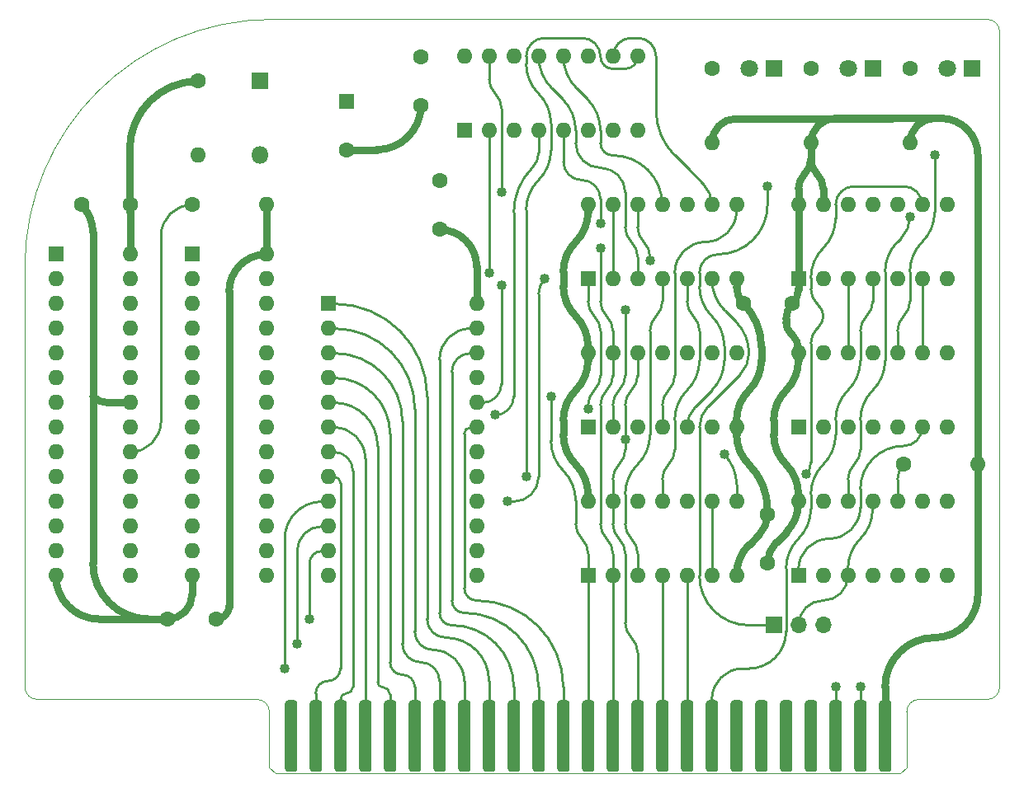
<source format=gbr>
G04 #@! TF.GenerationSoftware,KiCad,Pcbnew,(6.0.8-1)-1*
G04 #@! TF.CreationDate,2022-10-09T17:36:39-07:00*
G04 #@! TF.ProjectId,LanguageCard,4c616e67-7561-4676-9543-6172642e6b69,0*
G04 #@! TF.SameCoordinates,Original*
G04 #@! TF.FileFunction,Copper,L1,Top*
G04 #@! TF.FilePolarity,Positive*
%FSLAX46Y46*%
G04 Gerber Fmt 4.6, Leading zero omitted, Abs format (unit mm)*
G04 Created by KiCad (PCBNEW (6.0.8-1)-1) date 2022-10-09 17:36:39*
%MOMM*%
%LPD*%
G01*
G04 APERTURE LIST*
G04 Aperture macros list*
%AMRoundRect*
0 Rectangle with rounded corners*
0 $1 Rounding radius*
0 $2 $3 $4 $5 $6 $7 $8 $9 X,Y pos of 4 corners*
0 Add a 4 corners polygon primitive as box body*
4,1,4,$2,$3,$4,$5,$6,$7,$8,$9,$2,$3,0*
0 Add four circle primitives for the rounded corners*
1,1,$1+$1,$2,$3*
1,1,$1+$1,$4,$5*
1,1,$1+$1,$6,$7*
1,1,$1+$1,$8,$9*
0 Add four rect primitives between the rounded corners*
20,1,$1+$1,$2,$3,$4,$5,0*
20,1,$1+$1,$4,$5,$6,$7,0*
20,1,$1+$1,$6,$7,$8,$9,0*
20,1,$1+$1,$8,$9,$2,$3,0*%
G04 Aperture macros list end*
G04 #@! TA.AperFunction,Profile*
%ADD10C,0.100000*%
G04 #@! TD*
G04 #@! TA.AperFunction,ComponentPad*
%ADD11R,1.600000X1.600000*%
G04 #@! TD*
G04 #@! TA.AperFunction,ComponentPad*
%ADD12O,1.600000X1.600000*%
G04 #@! TD*
G04 #@! TA.AperFunction,ComponentPad*
%ADD13C,1.600000*%
G04 #@! TD*
G04 #@! TA.AperFunction,ComponentPad*
%ADD14R,1.700000X1.700000*%
G04 #@! TD*
G04 #@! TA.AperFunction,ComponentPad*
%ADD15O,1.700000X1.700000*%
G04 #@! TD*
G04 #@! TA.AperFunction,ComponentPad*
%ADD16R,1.800000X1.800000*%
G04 #@! TD*
G04 #@! TA.AperFunction,ComponentPad*
%ADD17O,1.800000X1.800000*%
G04 #@! TD*
G04 #@! TA.AperFunction,ComponentPad*
%ADD18C,1.800000*%
G04 #@! TD*
G04 #@! TA.AperFunction,ConnectorPad*
%ADD19RoundRect,0.317500X-0.317500X-3.365500X0.317500X-3.365500X0.317500X3.365500X-0.317500X3.365500X0*%
G04 #@! TD*
G04 #@! TA.AperFunction,ViaPad*
%ADD20C,1.016000*%
G04 #@! TD*
G04 #@! TA.AperFunction,Conductor*
%ADD21C,0.254000*%
G04 #@! TD*
G04 #@! TA.AperFunction,Conductor*
%ADD22C,0.762000*%
G04 #@! TD*
G04 APERTURE END LIST*
D10*
X179705000Y-93980000D02*
G75*
G03*
X180975000Y-95250000I1270000J0D01*
G01*
X278447500Y-25400000D02*
X205105000Y-25400000D01*
X204787500Y-102235000D02*
X205422500Y-102870000D01*
X271462500Y-95250000D02*
X278447500Y-95250000D01*
X179705000Y-93980000D02*
X179705000Y-50800000D01*
X204787500Y-96520000D02*
G75*
G03*
X203517500Y-95250000I-1270000J0D01*
G01*
X279717500Y-93980000D02*
X279717500Y-26670000D01*
X204787500Y-96520000D02*
X204787500Y-102235000D01*
X180975000Y-95250000D02*
X203517500Y-95250000D01*
X278447500Y-95250000D02*
G75*
G03*
X279717500Y-93980000I0J1270000D01*
G01*
X279717500Y-26670000D02*
G75*
G03*
X278447500Y-25400000I-1270000J0D01*
G01*
X269557500Y-102870000D02*
X205422500Y-102870000D01*
X270192500Y-96520000D02*
X270192500Y-102235000D01*
X271462500Y-95250000D02*
G75*
G03*
X270192500Y-96520000I0J-1270000D01*
G01*
X270192500Y-102235000D02*
X269557500Y-102870000D01*
X205105000Y-25400000D02*
G75*
G03*
X179705000Y-50800000I0J-25400000D01*
G01*
D11*
X196850000Y-49530000D03*
D12*
X196850000Y-52070000D03*
X196850000Y-54610000D03*
X196850000Y-57150000D03*
X196850000Y-59690000D03*
X196850000Y-62230000D03*
X196850000Y-64770000D03*
X196850000Y-67310000D03*
X196850000Y-69850000D03*
X196850000Y-72390000D03*
X196850000Y-74930000D03*
X196850000Y-77470000D03*
X196850000Y-80010000D03*
X196850000Y-82550000D03*
X204470000Y-82550000D03*
X204470000Y-80010000D03*
X204470000Y-77470000D03*
X204470000Y-74930000D03*
X204470000Y-72390000D03*
X204470000Y-69850000D03*
X204470000Y-67310000D03*
X204470000Y-64770000D03*
X204470000Y-62230000D03*
X204470000Y-59690000D03*
X204470000Y-57150000D03*
X204470000Y-54610000D03*
X204470000Y-52070000D03*
X204470000Y-49530000D03*
D13*
X260350000Y-30480000D03*
D12*
X260350000Y-38100000D03*
D14*
X256555000Y-87630000D03*
D15*
X259095000Y-87630000D03*
X261635000Y-87630000D03*
D13*
X270510000Y-30480000D03*
D12*
X270510000Y-38100000D03*
D13*
X269875000Y-71120000D03*
D12*
X277495000Y-71120000D03*
D11*
X237485000Y-67310000D03*
D12*
X240025000Y-67310000D03*
X242565000Y-67310000D03*
X245105000Y-67310000D03*
X247645000Y-67310000D03*
X250185000Y-67310000D03*
X252725000Y-67310000D03*
X252725000Y-59690000D03*
X250185000Y-59690000D03*
X247645000Y-59690000D03*
X245105000Y-59690000D03*
X242565000Y-59690000D03*
X240025000Y-59690000D03*
X237485000Y-59690000D03*
D11*
X237490000Y-52070000D03*
D12*
X240030000Y-52070000D03*
X242570000Y-52070000D03*
X245110000Y-52070000D03*
X247650000Y-52070000D03*
X250190000Y-52070000D03*
X252730000Y-52070000D03*
X252730000Y-44450000D03*
X250190000Y-44450000D03*
X247650000Y-44450000D03*
X245110000Y-44450000D03*
X242570000Y-44450000D03*
X240030000Y-44450000D03*
X237490000Y-44450000D03*
D13*
X250190000Y-30480000D03*
D12*
X250190000Y-38100000D03*
D16*
X203835000Y-31750000D03*
D17*
X203835000Y-39370000D03*
D11*
X259075000Y-52060000D03*
D12*
X261615000Y-52060000D03*
X264155000Y-52060000D03*
X266695000Y-52060000D03*
X269235000Y-52060000D03*
X271775000Y-52060000D03*
X274315000Y-52060000D03*
X274315000Y-44440000D03*
X271775000Y-44440000D03*
X269235000Y-44440000D03*
X266695000Y-44440000D03*
X264155000Y-44440000D03*
X261615000Y-44440000D03*
X259075000Y-44440000D03*
D13*
X196850000Y-44450000D03*
D12*
X204470000Y-44450000D03*
D11*
X212725000Y-33792349D03*
D13*
X212725000Y-38792349D03*
D16*
X276860000Y-30480000D03*
D18*
X274320000Y-30480000D03*
D13*
X222250000Y-46990000D03*
X222250000Y-41990000D03*
X199350000Y-86995000D03*
X194350000Y-86995000D03*
D11*
X259075000Y-82540000D03*
D12*
X261615000Y-82540000D03*
X264155000Y-82540000D03*
X266695000Y-82540000D03*
X269235000Y-82540000D03*
X271775000Y-82540000D03*
X274315000Y-82540000D03*
X274315000Y-74920000D03*
X271775000Y-74920000D03*
X269235000Y-74920000D03*
X266695000Y-74920000D03*
X264155000Y-74920000D03*
X261615000Y-74920000D03*
X259075000Y-74920000D03*
D11*
X182880000Y-49530000D03*
D12*
X182880000Y-52070000D03*
X182880000Y-54610000D03*
X182880000Y-57150000D03*
X182880000Y-59690000D03*
X182880000Y-62230000D03*
X182880000Y-64770000D03*
X182880000Y-67310000D03*
X182880000Y-69850000D03*
X182880000Y-72390000D03*
X182880000Y-74930000D03*
X182880000Y-77470000D03*
X182880000Y-80010000D03*
X182880000Y-82550000D03*
X190500000Y-82550000D03*
X190500000Y-80010000D03*
X190500000Y-77470000D03*
X190500000Y-74930000D03*
X190500000Y-72390000D03*
X190500000Y-69850000D03*
X190500000Y-67310000D03*
X190500000Y-64770000D03*
X190500000Y-62230000D03*
X190500000Y-59690000D03*
X190500000Y-57150000D03*
X190500000Y-54610000D03*
X190500000Y-52070000D03*
X190500000Y-49530000D03*
D13*
X220345000Y-34250000D03*
X220345000Y-29250000D03*
X258445000Y-54610000D03*
X253445000Y-54610000D03*
X197485000Y-31750000D03*
D12*
X197485000Y-39370000D03*
D11*
X259075000Y-67300000D03*
D12*
X261615000Y-67300000D03*
X264155000Y-67300000D03*
X266695000Y-67300000D03*
X269235000Y-67300000D03*
X271775000Y-67300000D03*
X274315000Y-67300000D03*
X274315000Y-59680000D03*
X271775000Y-59680000D03*
X269235000Y-59680000D03*
X266695000Y-59680000D03*
X264155000Y-59680000D03*
X261615000Y-59680000D03*
X259075000Y-59680000D03*
D16*
X266700000Y-30480000D03*
D18*
X264160000Y-30480000D03*
D13*
X255905000Y-81280000D03*
X255905000Y-76280000D03*
D11*
X224805000Y-36820000D03*
D12*
X227345000Y-36820000D03*
X229885000Y-36820000D03*
X232425000Y-36820000D03*
X234965000Y-36820000D03*
X237505000Y-36820000D03*
X240045000Y-36820000D03*
X242585000Y-36820000D03*
X242585000Y-29200000D03*
X240045000Y-29200000D03*
X237505000Y-29200000D03*
X234965000Y-29200000D03*
X232425000Y-29200000D03*
X229885000Y-29200000D03*
X227345000Y-29200000D03*
X224805000Y-29200000D03*
D11*
X210820000Y-54610000D03*
D12*
X210820000Y-57150000D03*
X210820000Y-59690000D03*
X210820000Y-62230000D03*
X210820000Y-64770000D03*
X210820000Y-67310000D03*
X210820000Y-69850000D03*
X210820000Y-72390000D03*
X210820000Y-74930000D03*
X210820000Y-77470000D03*
X210820000Y-80010000D03*
X210820000Y-82550000D03*
X226060000Y-82550000D03*
X226060000Y-80010000D03*
X226060000Y-77470000D03*
X226060000Y-74930000D03*
X226060000Y-72390000D03*
X226060000Y-69850000D03*
X226060000Y-67310000D03*
X226060000Y-64770000D03*
X226060000Y-62230000D03*
X226060000Y-59690000D03*
X226060000Y-57150000D03*
X226060000Y-54610000D03*
D13*
X185500000Y-44450000D03*
X190500000Y-44450000D03*
D19*
X207010000Y-99060000D03*
X209550000Y-99060000D03*
X212090000Y-99060000D03*
X214630000Y-99060000D03*
X217170000Y-99060000D03*
X219710000Y-99060000D03*
X222250000Y-99060000D03*
X224790000Y-99060000D03*
X227330000Y-99060000D03*
X229870000Y-99060000D03*
X232410000Y-99060000D03*
X234950000Y-99060000D03*
X237490000Y-99060000D03*
X240030000Y-99060000D03*
X242570000Y-99060000D03*
X245110000Y-99060000D03*
X247650000Y-99060000D03*
X250190000Y-99060000D03*
X252730000Y-99060000D03*
X255270000Y-99060000D03*
X257810000Y-99060000D03*
X260350000Y-99060000D03*
X262890000Y-99060000D03*
X265430000Y-99060000D03*
X267970000Y-99060000D03*
D16*
X256540000Y-30480000D03*
D18*
X254000000Y-30480000D03*
D11*
X237490000Y-82540000D03*
D12*
X240030000Y-82540000D03*
X242570000Y-82540000D03*
X245110000Y-82540000D03*
X247650000Y-82540000D03*
X250190000Y-82540000D03*
X252730000Y-82540000D03*
X252730000Y-74920000D03*
X250190000Y-74920000D03*
X247650000Y-74920000D03*
X245110000Y-74920000D03*
X242570000Y-74920000D03*
X240030000Y-74920000D03*
X237490000Y-74920000D03*
D20*
X262890000Y-93980000D03*
X265430000Y-93980000D03*
X229235000Y-74930000D03*
X233045000Y-52070000D03*
X259842000Y-72136000D03*
X227965000Y-66040000D03*
X233680000Y-64135000D03*
X238760000Y-48895000D03*
X241300000Y-68580000D03*
X231140000Y-72390000D03*
X270510000Y-45720000D03*
X243840000Y-50165000D03*
X241300000Y-55245000D03*
X238760000Y-46355000D03*
X208915000Y-86995000D03*
X207645000Y-89535000D03*
X206375000Y-92075000D03*
X251460000Y-70104000D03*
X255905000Y-42545000D03*
X228600000Y-43180000D03*
X273050000Y-39370000D03*
X228600000Y-52705000D03*
X227330000Y-51435000D03*
X237490000Y-65405000D03*
D21*
X262890000Y-99060000D02*
X262890000Y-93980000D01*
X265430000Y-93980000D02*
X265430000Y-99060000D01*
D22*
X258259013Y-57599013D02*
X258445000Y-57785000D01*
X237485000Y-59690000D02*
X237485000Y-58933980D01*
X234950000Y-68053949D02*
X234950000Y-66566051D01*
X190500000Y-49530000D02*
X190500000Y-45125000D01*
X259075000Y-52060000D02*
X259075000Y-44440000D01*
X261615000Y-42795954D02*
X261615000Y-44440000D01*
X259075000Y-59305954D02*
X259075000Y-59680000D01*
X259075000Y-60446020D02*
X259075000Y-59680000D01*
X255270000Y-35600000D02*
X252690000Y-35600000D01*
X267970000Y-99060000D02*
X267970000Y-93980000D01*
X259075000Y-74920000D02*
X259075000Y-75051020D01*
X257810000Y-56143025D02*
X257810000Y-56515000D01*
X277495000Y-82550000D02*
X277495000Y-39370000D01*
X259075000Y-44440000D02*
X259075000Y-42820096D01*
X260350000Y-39741975D02*
X260350000Y-38100000D01*
X273685000Y-35560000D02*
X262890000Y-35560000D01*
X190460000Y-45085000D02*
X190460000Y-38775000D01*
X237490000Y-74920000D02*
X237490000Y-74186051D01*
X226060000Y-50800000D02*
X226060000Y-54610000D01*
X259075000Y-52060000D02*
X259075000Y-53089046D01*
X200660000Y-53340000D02*
X200660000Y-85685000D01*
X204470000Y-49530000D02*
X204470000Y-44450000D01*
X234950000Y-52813949D02*
X234950000Y-51326051D01*
X237485000Y-60446020D02*
X237485000Y-59690000D01*
X277495000Y-84455000D02*
X277495000Y-82550000D01*
X237490000Y-45193949D02*
X237490000Y-44450000D01*
X259075000Y-74920000D02*
X259075000Y-74173980D01*
X268645000Y-35600000D02*
X255270000Y-35600000D01*
X257810000Y-78105000D02*
X256803026Y-79111974D01*
X273050000Y-35560000D02*
X273685000Y-35560000D01*
X256540000Y-68053949D02*
X256540000Y-66566051D01*
X257810011Y-56143025D02*
G75*
G02*
X258445000Y-54610000I2167989J25D01*
G01*
X236219994Y-55880006D02*
G75*
G02*
X237485000Y-58933980I-3053994J-3053994D01*
G01*
X197485000Y-31750000D02*
G75*
G03*
X190460000Y-38775000I0J-7025000D01*
G01*
X260350000Y-38100000D02*
G75*
G02*
X262890000Y-35560000I2540000J0D01*
G01*
X273050000Y-35560000D02*
G75*
G03*
X270510000Y-38100000I0J-2540000D01*
G01*
X255904985Y-81280000D02*
G75*
G02*
X256803026Y-79111974I3066015J0D01*
G01*
X200660000Y-53340000D02*
G75*
G02*
X204470000Y-49530000I3810000J0D01*
G01*
X259075018Y-59305954D02*
G75*
G03*
X258444999Y-57785001I-2151018J-46D01*
G01*
X236220014Y-63500014D02*
G75*
G03*
X234950000Y-66566051I3066086J-3066086D01*
G01*
X261615018Y-42795954D02*
G75*
G03*
X260984999Y-41275001I-2151018J-46D01*
G01*
X277495000Y-84455000D02*
G75*
G02*
X273050000Y-88900000I-4445000J0D01*
G01*
X258259018Y-57599008D02*
G75*
G02*
X257810000Y-56515000I1083982J1084008D01*
G01*
X236220015Y-71119985D02*
G75*
G02*
X237490000Y-74186051I-3066015J-3066015D01*
G01*
X257810014Y-63500014D02*
G75*
G03*
X256540000Y-66566051I3066086J-3066086D01*
G01*
X260984992Y-41275008D02*
G75*
G02*
X260350000Y-39741975I1533008J1533008D01*
G01*
X259715001Y-41275001D02*
G75*
G03*
X259075000Y-42820096I1545099J-1545099D01*
G01*
X199350000Y-86995000D02*
G75*
G03*
X200660000Y-85685000I0J1310000D01*
G01*
X258444987Y-54609987D02*
G75*
G03*
X259075000Y-53089046I-1520987J1520987D01*
G01*
X190460000Y-45085000D02*
G75*
G02*
X190500000Y-45125000I0J-40000D01*
G01*
X259075008Y-60446020D02*
G75*
G02*
X257810000Y-63500000I-4319008J20D01*
G01*
X257809994Y-71120006D02*
G75*
G02*
X259075000Y-74173980I-3053994J-3053994D01*
G01*
X237489978Y-45193949D02*
G75*
G02*
X236219999Y-48259999I-4335978J-51D01*
G01*
X273050000Y-88900000D02*
G75*
G03*
X267970000Y-93980000I0J-5080000D01*
G01*
X250190000Y-38100000D02*
G75*
G02*
X252690000Y-35600000I2500000J0D01*
G01*
X234950022Y-68053949D02*
G75*
G03*
X236220001Y-71119999I4335978J-51D01*
G01*
X236220014Y-48260014D02*
G75*
G03*
X234950000Y-51326051I3066086J-3066086D01*
G01*
X260349989Y-39741975D02*
G75*
G02*
X259715000Y-41275000I-2167989J-25D01*
G01*
X257809994Y-78104994D02*
G75*
G03*
X259075000Y-75051020I-3053994J3053994D01*
G01*
X256540022Y-68053949D02*
G75*
G03*
X257810001Y-71119999I4335978J-51D01*
G01*
X237485008Y-60446020D02*
G75*
G02*
X236220000Y-63500000I-4319008J20D01*
G01*
X234950022Y-52813949D02*
G75*
G03*
X236220001Y-55879999I4335978J-51D01*
G01*
X226060000Y-50800000D02*
G75*
G03*
X222250000Y-46990000I-3810000J0D01*
G01*
X273685000Y-35560000D02*
G75*
G02*
X277495000Y-39370000I0J-3810000D01*
G01*
X255905000Y-76280000D02*
X255905000Y-75719076D01*
X190500000Y-64770000D02*
X188223025Y-64770000D01*
X186690000Y-48260000D02*
X186690000Y-47322914D01*
X186690000Y-50800000D02*
X186690000Y-48260000D01*
X252725000Y-68041878D02*
X252725000Y-67310000D01*
X194350000Y-86995000D02*
X192405000Y-86995000D01*
X255270000Y-60433949D02*
X255270000Y-59690000D01*
X252730000Y-52070000D02*
X252730000Y-52883838D01*
X212725000Y-38792349D02*
X215802651Y-38792349D01*
X186690000Y-81280000D02*
X186690000Y-64135000D01*
X194350000Y-86995000D02*
X187325000Y-86995000D01*
X252725000Y-67310000D02*
X252725000Y-66578122D01*
X255270000Y-59015939D02*
X255270000Y-59690000D01*
X252730000Y-82540000D02*
X252730000Y-82441051D01*
X254000000Y-79375000D02*
X255063542Y-78311458D01*
X196850000Y-82550000D02*
X196850000Y-84495000D01*
X186690000Y-64135000D02*
X186690000Y-50800000D01*
X185500004Y-44449996D02*
G75*
G02*
X186690000Y-47322914I-2872904J-2872904D01*
G01*
X182880000Y-82550000D02*
G75*
G03*
X187325000Y-86995000I4445000J0D01*
G01*
X186690000Y-81280000D02*
G75*
G03*
X192405000Y-86995000I5715000J0D01*
G01*
X252725010Y-68041878D02*
G75*
G03*
X254000001Y-71119999I4353090J-22D01*
G01*
X186689992Y-64135008D02*
G75*
G03*
X188223025Y-64770000I1533008J1533008D01*
G01*
X253445011Y-54609989D02*
G75*
G02*
X252730000Y-52883838I1726189J1726189D01*
G01*
X253999993Y-63499993D02*
G75*
G03*
X252725000Y-66578122I3078107J-3078107D01*
G01*
X255905004Y-76280000D02*
G75*
G02*
X255063542Y-78311458I-2872904J0D01*
G01*
X194350000Y-86995000D02*
G75*
G03*
X196850000Y-84495000I0J2500000D01*
G01*
X254000014Y-79375014D02*
G75*
G03*
X252730000Y-82441051I3066086J-3066086D01*
G01*
X220345049Y-34250000D02*
G75*
G02*
X215802651Y-38792349I-4542349J0D01*
G01*
X255269983Y-59015939D02*
G75*
G03*
X253445000Y-54610000I-6230883J39D01*
G01*
X253999993Y-71120007D02*
G75*
G02*
X255905000Y-75719076I-4599093J-4599093D01*
G01*
X255269978Y-60433949D02*
G75*
G02*
X253999999Y-63499999I-4335978J-51D01*
G01*
D21*
X212090000Y-73025000D02*
X212090000Y-92075000D01*
X240030000Y-52070000D02*
X240030000Y-44450000D01*
X209550000Y-94615000D02*
X209550000Y-99060000D01*
X229235000Y-74930000D02*
X229870000Y-74930000D01*
X210820000Y-72390000D02*
X211455000Y-72390000D01*
X232410000Y-55245000D02*
X232410000Y-53603025D01*
X232410000Y-72390000D02*
X232410000Y-55245000D01*
X233044992Y-52069992D02*
G75*
G03*
X232410000Y-53603025I1533008J-1533008D01*
G01*
X210820000Y-93345000D02*
G75*
G03*
X212090000Y-92075000I0J1270000D01*
G01*
X232410000Y-72390000D02*
G75*
G02*
X229870000Y-74930000I-2540000J0D01*
G01*
X209550000Y-94615000D02*
G75*
G02*
X210820000Y-93345000I1270000J0D01*
G01*
X212090000Y-73025000D02*
G75*
G03*
X211455000Y-72390000I-635000J0D01*
G01*
X212090000Y-95250000D02*
X212090000Y-99060000D01*
X261170987Y-54795987D02*
X260985000Y-54610000D01*
X213360000Y-71755000D02*
X213360000Y-93980000D01*
X260350000Y-59690000D02*
X260350000Y-58683025D01*
X264795000Y-42545000D02*
X269880000Y-42545000D01*
X260350000Y-53076975D02*
X260350000Y-51961051D01*
X210820000Y-69850000D02*
X211455000Y-69850000D01*
X260985000Y-57150000D02*
X261170987Y-56964013D01*
X260350000Y-70909580D02*
X260350000Y-59690000D01*
X262890000Y-45828949D02*
X262890000Y-44450000D01*
X213360000Y-71755000D02*
G75*
G03*
X211455000Y-69850000I-1905000J0D01*
G01*
X260350011Y-53076975D02*
G75*
G03*
X260985000Y-54610000I2167989J-25D01*
G01*
X271775000Y-44440000D02*
G75*
G03*
X269880000Y-42545000I-1895000J0D01*
G01*
X260349991Y-70909580D02*
G75*
G02*
X259842000Y-72136000I-1734391J-20D01*
G01*
X212725000Y-94615000D02*
G75*
G03*
X213360000Y-93980000I0J635000D01*
G01*
X212090000Y-95250000D02*
G75*
G02*
X212725000Y-94615000I635000J0D01*
G01*
X261620007Y-55880000D02*
G75*
G02*
X261170987Y-56964013I-1533007J0D01*
G01*
X261170982Y-54795992D02*
G75*
G02*
X261620000Y-55880000I-1083982J-1084008D01*
G01*
X262890020Y-45828949D02*
G75*
G02*
X261620000Y-48895000I-4336120J49D01*
G01*
X264795000Y-42545000D02*
G75*
G03*
X262890000Y-44450000I0J-1905000D01*
G01*
X260984992Y-57149992D02*
G75*
G03*
X260350000Y-58683025I1533008J-1533008D01*
G01*
X261619985Y-48894985D02*
G75*
G03*
X260350000Y-51961051I3066015J-3066015D01*
G01*
X210820000Y-67310000D02*
X211455000Y-67310000D01*
X214630000Y-70485000D02*
X214630000Y-99060000D01*
X214630000Y-70485000D02*
G75*
G03*
X211455000Y-67310000I-3175000J0D01*
G01*
X210820000Y-64770000D02*
X211455000Y-64770000D01*
X217170000Y-94742000D02*
X217170000Y-99060000D01*
X215900000Y-69215000D02*
X215900000Y-93472000D01*
X232410000Y-36856213D02*
X232410000Y-39106975D01*
X229870000Y-45239076D02*
X229870000Y-64135000D01*
X227965000Y-66040000D02*
G75*
G03*
X229870000Y-64135000I0J1905000D01*
G01*
X217170000Y-94742000D02*
G75*
G03*
X216408000Y-93980000I-762000J0D01*
G01*
X229869991Y-45239076D02*
G75*
G02*
X231775000Y-40640000I6504109J-24D01*
G01*
X231775008Y-40640008D02*
G75*
G03*
X232410000Y-39106975I-1533008J1533008D01*
G01*
X216408000Y-93980000D02*
G75*
G02*
X215900000Y-93472000I0J508000D01*
G01*
X232410006Y-36856213D02*
G75*
G02*
X232425000Y-36820000I51194J13D01*
G01*
X215900000Y-69215000D02*
G75*
G03*
X211455000Y-64770000I-4445000J0D01*
G01*
X219710000Y-93980000D02*
X219710000Y-99060000D01*
X217170000Y-67945000D02*
X217170000Y-91440000D01*
X210820000Y-62230000D02*
X211455000Y-62230000D01*
X217170000Y-67945000D02*
G75*
G03*
X211455000Y-62230000I-5715000J0D01*
G01*
X218440000Y-92710000D02*
G75*
G02*
X217170000Y-91440000I0J1270000D01*
G01*
X219710000Y-93980000D02*
G75*
G03*
X218440000Y-92710000I-1270000J0D01*
G01*
X218440000Y-66675000D02*
X218440000Y-89535000D01*
X210820000Y-59690000D02*
X211455000Y-59690000D01*
X222250000Y-93345000D02*
X222250000Y-99060000D01*
X218440000Y-66675000D02*
G75*
G03*
X211455000Y-59690000I-6985000J0D01*
G01*
X222250000Y-93345000D02*
G75*
G03*
X220345000Y-91440000I-1905000J0D01*
G01*
X220345000Y-91440000D02*
G75*
G02*
X218440000Y-89535000I0J1905000D01*
G01*
X210820000Y-57150000D02*
X211455000Y-57150000D01*
X219710000Y-65405000D02*
X219710000Y-88265000D01*
X224790000Y-93345000D02*
X224790000Y-99060000D01*
X219710000Y-65405000D02*
G75*
G03*
X211455000Y-57150000I-8255000J0D01*
G01*
X221615000Y-90170000D02*
G75*
G02*
X219710000Y-88265000I0J1905000D01*
G01*
X224790000Y-93345000D02*
G75*
G03*
X221615000Y-90170000I-3175000J0D01*
G01*
X220980000Y-64135000D02*
X220980000Y-86995000D01*
X227330000Y-93345000D02*
X227330000Y-99060000D01*
X210820000Y-54610000D02*
X211455000Y-54610000D01*
X220980000Y-64135000D02*
G75*
G03*
X211455000Y-54610000I-9525000J0D01*
G01*
X222885000Y-88900000D02*
G75*
G02*
X220980000Y-86995000I0J1905000D01*
G01*
X227330000Y-93345000D02*
G75*
G03*
X222885000Y-88900000I-4445000J0D01*
G01*
X222250000Y-60325000D02*
X222250000Y-86360000D01*
X226060000Y-57150000D02*
X225425000Y-57150000D01*
X229870000Y-93980000D02*
X229870000Y-99060000D01*
X229870000Y-93980000D02*
G75*
G03*
X223520000Y-87630000I-6350000J0D01*
G01*
X222250000Y-60325000D02*
G75*
G02*
X225425000Y-57150000I3175000J0D01*
G01*
X223520000Y-87630000D02*
G75*
G02*
X222250000Y-86360000I0J1270000D01*
G01*
X226060000Y-59690000D02*
X225425000Y-59690000D01*
X232410000Y-93980000D02*
X232410000Y-99060000D01*
X223520000Y-61595000D02*
X223520000Y-85090000D01*
X224790000Y-86360000D02*
G75*
G02*
X223520000Y-85090000I0J1270000D01*
G01*
X232410000Y-93980000D02*
G75*
G03*
X224790000Y-86360000I-7620000J0D01*
G01*
X223520000Y-61595000D02*
G75*
G02*
X225425000Y-59690000I1905000J0D01*
G01*
X234950000Y-93980000D02*
X234950000Y-99060000D01*
X226060000Y-67310000D02*
X225425000Y-67310000D01*
X224790000Y-67945000D02*
X224790000Y-83820000D01*
X224790000Y-67945000D02*
G75*
G02*
X225425000Y-67310000I635000J0D01*
G01*
X226060000Y-85090000D02*
G75*
G02*
X224790000Y-83820000I0J1270000D01*
G01*
X234950000Y-93980000D02*
G75*
G03*
X226060000Y-85090000I-8890000J0D01*
G01*
X233680000Y-64135000D02*
X233680000Y-68688949D01*
X237490000Y-80273025D02*
X237490000Y-82540000D01*
X237490000Y-99060000D02*
X237490000Y-82540000D01*
X236220000Y-74821051D02*
X236220000Y-77206975D01*
X236219978Y-74821051D02*
G75*
G03*
X234949999Y-71755001I-4335978J51D01*
G01*
X234950014Y-71754986D02*
G75*
G02*
X233680000Y-68688949I3066086J3066086D01*
G01*
X236854992Y-78740008D02*
G75*
G02*
X236220000Y-77206975I1533008J1533008D01*
G01*
X237489989Y-80273025D02*
G75*
G03*
X236855000Y-78740000I-2167989J25D01*
G01*
X238760000Y-67945000D02*
X238760000Y-65033025D01*
X240030000Y-82540000D02*
X240030000Y-80273025D01*
X240025000Y-59690000D02*
X240025000Y-57400954D01*
X240025000Y-61979046D02*
X240025000Y-59690000D01*
X238760000Y-54346975D02*
X238760000Y-48895000D01*
X238760000Y-77206975D02*
X238760000Y-67945000D01*
X240030000Y-82540000D02*
X240030000Y-99060000D01*
X239395008Y-78739992D02*
G75*
G02*
X240030000Y-80273025I-1533008J-1533008D01*
G01*
X239394987Y-55880013D02*
G75*
G02*
X240025000Y-57400954I-1520987J-1520987D01*
G01*
X239394992Y-63499992D02*
G75*
G03*
X238760000Y-65033025I1533008J-1533008D01*
G01*
X240025048Y-61979046D02*
G75*
G02*
X239395000Y-63500000I-2150948J46D01*
G01*
X238760011Y-54346975D02*
G75*
G03*
X239395000Y-55880000I2167989J-25D01*
G01*
X238760011Y-77206975D02*
G75*
G03*
X239395000Y-78740000I2167989J-25D01*
G01*
X241300000Y-68580000D02*
X241300000Y-65033025D01*
X240030000Y-74920000D02*
X240030000Y-72653025D01*
X240030000Y-77206975D02*
X240030000Y-74920000D01*
X241300000Y-69586975D02*
X241300000Y-68580000D01*
X241300000Y-87366975D02*
X241300000Y-80273025D01*
X242570000Y-99060000D02*
X242570000Y-90433025D01*
X242565000Y-61979046D02*
X242565000Y-59690000D01*
X240664992Y-71119992D02*
G75*
G03*
X240030000Y-72653025I1533008J-1533008D01*
G01*
X242565048Y-61979046D02*
G75*
G02*
X241935000Y-63500000I-2150948J46D01*
G01*
X240030011Y-77206975D02*
G75*
G03*
X240665000Y-78740000I2167989J-25D01*
G01*
X241934992Y-63499992D02*
G75*
G03*
X241300000Y-65033025I1533008J-1533008D01*
G01*
X241935008Y-88899992D02*
G75*
G02*
X242570000Y-90433025I-1533008J-1533008D01*
G01*
X241299989Y-69586975D02*
G75*
G02*
X240665000Y-71120000I-2167989J-25D01*
G01*
X240665008Y-78739992D02*
G75*
G02*
X241300000Y-80273025I-1533008J-1533008D01*
G01*
X241300011Y-87366975D02*
G75*
G03*
X241935000Y-88900000I2167989J-25D01*
G01*
X245110000Y-82540000D02*
X245110000Y-99060000D01*
X247650000Y-82540000D02*
X247650000Y-99060000D01*
X236855000Y-27305000D02*
X233045000Y-27305000D01*
X241305000Y-30480000D02*
X240030000Y-30480000D01*
X231140000Y-44976051D02*
X231140000Y-72390000D01*
X231140000Y-29210000D02*
X231140000Y-29953949D01*
X233680000Y-36086051D02*
X233680000Y-38843949D01*
X236855000Y-27305000D02*
G75*
G02*
X238760000Y-29210000I0J-1905000D01*
G01*
X231140000Y-29210000D02*
G75*
G02*
X233045000Y-27305000I1905000J0D01*
G01*
X232409986Y-41909986D02*
G75*
G03*
X233680000Y-38843949I-3066086J3066086D01*
G01*
X231140022Y-44976051D02*
G75*
G02*
X232410001Y-41910001I4335978J51D01*
G01*
X241305000Y-30480000D02*
G75*
G03*
X242585000Y-29200000I0J1280000D01*
G01*
X238760000Y-29210000D02*
G75*
G03*
X240030000Y-30480000I1270000J0D01*
G01*
X233679978Y-36086051D02*
G75*
G03*
X232409999Y-33020001I-4335978J51D01*
G01*
X232410014Y-33019986D02*
G75*
G02*
X231140000Y-29953949I3066086J3066086D01*
G01*
X257810000Y-81806051D02*
X257810000Y-88265000D01*
X262890000Y-66566051D02*
X262890000Y-68053949D01*
X265430000Y-57413025D02*
X265430000Y-60433949D01*
X260350000Y-74186051D02*
X260350000Y-75673949D01*
X250190000Y-95250000D02*
X250190000Y-99060000D01*
X266695000Y-52060000D02*
X266695000Y-54359046D01*
X254000000Y-92075000D02*
X253365000Y-92075000D01*
X266064987Y-55879987D02*
G75*
G03*
X266695000Y-54359046I-1520987J1520987D01*
G01*
X260350022Y-74186051D02*
G75*
G02*
X261620001Y-71120001I4335978J51D01*
G01*
X265430011Y-57413025D02*
G75*
G02*
X266065000Y-55880000I2167989J25D01*
G01*
X259079986Y-78739986D02*
G75*
G03*
X260350000Y-75673949I-3066086J3066086D01*
G01*
X257810022Y-81806051D02*
G75*
G02*
X259080001Y-78740001I4335978J51D01*
G01*
X262890022Y-66566051D02*
G75*
G02*
X264160001Y-63500001I4335978J51D01*
G01*
X250190000Y-95250000D02*
G75*
G02*
X253365000Y-92075000I3175000J0D01*
G01*
X261619986Y-71119986D02*
G75*
G03*
X262890000Y-68053949I-3066086J3066086D01*
G01*
X264159986Y-63499986D02*
G75*
G03*
X265430000Y-60433949I-3066086J3066086D01*
G01*
X254000000Y-92075000D02*
G75*
G03*
X257810000Y-88265000I0J3810000D01*
G01*
X265430000Y-67310000D02*
X265430000Y-69586975D01*
X267970000Y-52070000D02*
X267970000Y-51326051D01*
X267970000Y-52070000D02*
X267970000Y-60433949D01*
X265430000Y-66566051D02*
X265430000Y-67310000D01*
X193675000Y-66675000D02*
X193675000Y-50165000D01*
X264155000Y-72665096D02*
X264155000Y-74920000D01*
X193675000Y-50165000D02*
X193675000Y-47625000D01*
X269240000Y-48260000D02*
X269611974Y-47888026D01*
X196850000Y-44450000D02*
G75*
G03*
X193675000Y-47625000I0J-3175000D01*
G01*
X265429980Y-66566051D02*
G75*
G02*
X266700000Y-63500000I4336120J-49D01*
G01*
X264795008Y-71120008D02*
G75*
G03*
X265430000Y-69586975I-1533008J1533008D01*
G01*
X270510015Y-45720000D02*
G75*
G02*
X269611974Y-47888026I-3066015J0D01*
G01*
X266700015Y-63500015D02*
G75*
G03*
X267970000Y-60433949I-3066015J3066015D01*
G01*
X193675000Y-66675000D02*
G75*
G02*
X190500000Y-69850000I-3175000J0D01*
G01*
X269240014Y-48260014D02*
G75*
G03*
X267970000Y-51326051I3066086J-3066086D01*
G01*
X264154999Y-72665096D02*
G75*
G02*
X264795000Y-71120000I2185101J-4D01*
G01*
X243840000Y-50165000D02*
X243840000Y-49793025D01*
X242570000Y-46726975D02*
X242570000Y-44450000D01*
X271775000Y-59680000D02*
X271775000Y-52060000D01*
X243205008Y-48259992D02*
G75*
G02*
X243840000Y-49793025I-1533008J-1533008D01*
G01*
X242570011Y-46726975D02*
G75*
G03*
X243205000Y-48260000I2167989J-25D01*
G01*
X240025000Y-65045096D02*
X240025000Y-67310000D01*
X241300000Y-55245000D02*
X241300000Y-61966975D01*
X264155000Y-59680000D02*
X264155000Y-52060000D01*
X240024999Y-65045096D02*
G75*
G02*
X240665000Y-63500000I2185101J-4D01*
G01*
X240665008Y-63500008D02*
G75*
G03*
X241300000Y-61966975I-1533008J1533008D01*
G01*
X234965000Y-36820000D02*
X234965000Y-40020000D01*
X238760000Y-43815000D02*
X238760000Y-44450000D01*
X238760000Y-44450000D02*
X238760000Y-46355000D01*
X236855000Y-41910000D02*
G75*
G02*
X234965000Y-40020000I0J1890000D01*
G01*
X238760000Y-43815000D02*
G75*
G03*
X236855000Y-41910000I-1905000J0D01*
G01*
X269235000Y-74920000D02*
X269235000Y-72665096D01*
X269875001Y-71120001D02*
G75*
G03*
X269235000Y-72665096I1545099J-1545099D01*
G01*
X244475000Y-29210000D02*
X244475000Y-34770924D01*
X241940000Y-27305000D02*
X242570000Y-27305000D01*
X246380000Y-39370000D02*
X247650000Y-40640000D01*
X247650000Y-40640000D02*
X249291974Y-42281975D01*
X250190014Y-44450000D02*
G75*
G03*
X249291974Y-42281975I-3066014J0D01*
G01*
X246380007Y-39369993D02*
G75*
G02*
X244475000Y-34770924I4599093J4599093D01*
G01*
X241940000Y-27305000D02*
G75*
G03*
X240045000Y-29200000I0J-1895000D01*
G01*
X244475000Y-29210000D02*
G75*
G03*
X242570000Y-27305000I-1905000J0D01*
G01*
X210820000Y-80010000D02*
X210185000Y-80010000D01*
X208915000Y-81280000D02*
X208915000Y-86995000D01*
X208915000Y-81280000D02*
G75*
G02*
X210185000Y-80010000I1270000J0D01*
G01*
X210820000Y-77470000D02*
X210185000Y-77470000D01*
X207645000Y-80010000D02*
X207645000Y-89535000D01*
X207645000Y-80010000D02*
G75*
G02*
X210185000Y-77470000I2540000J0D01*
G01*
X210820000Y-74930000D02*
X210185000Y-74930000D01*
X206375000Y-78740000D02*
X206375000Y-92075000D01*
X206375000Y-78740000D02*
G75*
G02*
X210185000Y-74930000I3810000J0D01*
G01*
X241300000Y-77206975D02*
X241300000Y-74186051D01*
X245110000Y-54346975D02*
X245110000Y-52070000D01*
X243840000Y-59690000D02*
X243840000Y-57413025D01*
X243840000Y-68053949D02*
X243840000Y-59690000D01*
X242570000Y-82540000D02*
X242570000Y-80273025D01*
X241300011Y-77206975D02*
G75*
G03*
X241935000Y-78740000I2167989J-25D01*
G01*
X241935008Y-78739992D02*
G75*
G02*
X242570000Y-80273025I-1533008J-1533008D01*
G01*
X244474992Y-55879992D02*
G75*
G03*
X243840000Y-57413025I1533008J-1533008D01*
G01*
X243839978Y-68053949D02*
G75*
G02*
X242569999Y-71119999I-4335978J-51D01*
G01*
X242570014Y-71120014D02*
G75*
G03*
X241300000Y-74186051I3066086J-3066086D01*
G01*
X245109989Y-54346975D02*
G75*
G02*
X244475000Y-55880000I-2167989J-25D01*
G01*
X252730000Y-74920000D02*
X252730000Y-73170051D01*
X251460015Y-70103985D02*
G75*
G02*
X252730000Y-73170051I-3066015J-3066015D01*
G01*
X251460000Y-58946051D02*
X251460000Y-59690000D01*
X227345000Y-31523188D02*
X227345000Y-29200000D01*
X251460000Y-59690000D02*
X251460000Y-60433949D01*
X250190000Y-63500000D02*
X248539490Y-65150510D01*
X228600000Y-43180000D02*
X228600000Y-39370000D01*
X255905000Y-44450000D02*
X255905000Y-42545000D01*
X228600000Y-39370000D02*
X228600000Y-34553025D01*
X248920000Y-52070000D02*
X248920000Y-52813949D01*
X248920000Y-51435000D02*
X248920000Y-52070000D01*
X227965008Y-33019992D02*
G75*
G02*
X228600000Y-34553025I-1533008J-1533008D01*
G01*
X255905000Y-44450000D02*
G75*
G02*
X250825000Y-49530000I-5080000J0D01*
G01*
X247645006Y-67310000D02*
G75*
G02*
X248539490Y-65150510I3053994J0D01*
G01*
X250189985Y-55880015D02*
G75*
G02*
X248920000Y-52813949I3066015J3066015D01*
G01*
X248920000Y-51435000D02*
G75*
G02*
X250825000Y-49530000I1905000J0D01*
G01*
X251459978Y-58946051D02*
G75*
G03*
X250189999Y-55880001I-4335978J51D01*
G01*
X250190015Y-63500015D02*
G75*
G03*
X251460000Y-60433949I-3066015J3066015D01*
G01*
X227345006Y-31523188D02*
G75*
G03*
X227965001Y-33019999I2116794J-12D01*
G01*
X269235000Y-57425096D02*
X269235000Y-59680000D01*
X273050000Y-39370000D02*
X273050000Y-45193949D01*
X270510000Y-51326051D02*
X270510000Y-54346975D01*
X271779986Y-48259986D02*
G75*
G03*
X273050000Y-45193949I-3066086J3066086D01*
G01*
X269234999Y-57425096D02*
G75*
G02*
X269875000Y-55880000I2185101J-4D01*
G01*
X270510022Y-51326051D02*
G75*
G02*
X271780001Y-48260001I4335978J51D01*
G01*
X269875008Y-55880008D02*
G75*
G03*
X270510000Y-54346975I-1533008J1533008D01*
G01*
X226060000Y-64770000D02*
X226695000Y-64770000D01*
X271775000Y-67300000D02*
X271775000Y-67315000D01*
X265430000Y-73660000D02*
X265430000Y-75565000D01*
X259075000Y-81920000D02*
X259075000Y-82540000D01*
X228600000Y-62865000D02*
X228600000Y-52705000D01*
X265430000Y-73660000D02*
G75*
G02*
X269875000Y-69215000I4445000J0D01*
G01*
X262255000Y-78740000D02*
G75*
G03*
X265430000Y-75565000I0J3175000D01*
G01*
X228600000Y-62865000D02*
G75*
G02*
X226695000Y-64770000I-1905000J0D01*
G01*
X269875000Y-69215000D02*
G75*
G03*
X271775000Y-67315000I0J1900000D01*
G01*
X259075000Y-81920000D02*
G75*
G02*
X262255000Y-78740000I3180000J0D01*
G01*
X227330000Y-51435000D02*
X227330000Y-36856213D01*
X227344996Y-36819996D02*
G75*
G03*
X227330000Y-36856213I36204J-36204D01*
G01*
X252095000Y-55880000D02*
X252652962Y-56437961D01*
X248920000Y-67310000D02*
X248920000Y-81280000D01*
X248920000Y-81280000D02*
X248920000Y-82550000D01*
X254000000Y-87630000D02*
X256555000Y-87630000D01*
X253101974Y-61858026D02*
X251460000Y-63500000D01*
X251537039Y-55322039D02*
X252095000Y-55880000D01*
X251460000Y-63500000D02*
X249818026Y-65141975D01*
X253999993Y-59690000D02*
G75*
G03*
X252652961Y-56437962I-4599093J0D01*
G01*
X248919986Y-67310000D02*
G75*
G02*
X249818026Y-65141975I3066014J0D01*
G01*
X253101963Y-61858015D02*
G75*
G03*
X254000000Y-59690000I-2167963J2168015D01*
G01*
X254000000Y-87630000D02*
G75*
G02*
X248920000Y-82550000I0J5080000D01*
G01*
X251537034Y-55322044D02*
G75*
G02*
X250190000Y-52070000I3252066J3252044D01*
G01*
X264155000Y-82540000D02*
X264155000Y-81818122D01*
X259095000Y-87615000D02*
X259095000Y-87630000D01*
X266695000Y-75686020D02*
X266695000Y-74920000D01*
X264155000Y-82540000D02*
X264155000Y-82555000D01*
X261620000Y-85090000D02*
G75*
G03*
X264155000Y-82555000I0J2535000D01*
G01*
X266695008Y-75686020D02*
G75*
G02*
X265430000Y-78740000I-4319008J20D01*
G01*
X265429993Y-78739993D02*
G75*
G03*
X264155000Y-81818122I3078107J-3078107D01*
G01*
X259095000Y-87615000D02*
G75*
G02*
X261620000Y-85090000I2525000J0D01*
G01*
X250190000Y-74920000D02*
X250190000Y-82540000D01*
X248920000Y-57413025D02*
X248920000Y-60433949D01*
X246380000Y-66566051D02*
X246380000Y-69586975D01*
X245110000Y-72653025D02*
X245110000Y-74920000D01*
X247650000Y-52070000D02*
X247650000Y-54346975D01*
X247649986Y-63499986D02*
G75*
G03*
X248920000Y-60433949I-3066086J3066086D01*
G01*
X248919989Y-57413025D02*
G75*
G03*
X248285000Y-55880000I-2167989J25D01*
G01*
X245110011Y-72653025D02*
G75*
G02*
X245745000Y-71120000I2167989J25D01*
G01*
X248284992Y-55880008D02*
G75*
G02*
X247650000Y-54346975I1533008J1533008D01*
G01*
X245745008Y-71120008D02*
G75*
G03*
X246380000Y-69586975I-1533008J1533008D01*
G01*
X246380022Y-66566051D02*
G75*
G02*
X247650001Y-63500001I4335978J51D01*
G01*
X238760000Y-36830000D02*
X238760000Y-38100000D01*
X236329716Y-32494716D02*
X237412961Y-33577961D01*
X240030000Y-39370000D02*
G75*
G02*
X238760000Y-38100000I0J1270000D01*
G01*
X245110000Y-44450000D02*
G75*
G03*
X240030000Y-39370000I-5080000J0D01*
G01*
X236329723Y-32494709D02*
G75*
G02*
X234965000Y-29200000I3294677J3294709D01*
G01*
X238759993Y-36830000D02*
G75*
G03*
X237412961Y-33577961I-4599093J0D01*
G01*
X237490000Y-65033025D02*
X237490000Y-65405000D01*
X238760000Y-59690000D02*
X238760000Y-61966975D01*
X238760000Y-57413025D02*
X238760000Y-59690000D01*
X237490000Y-52070000D02*
X237490000Y-54346975D01*
X238125008Y-63500008D02*
G75*
G03*
X238760000Y-61966975I-1533008J1533008D01*
G01*
X237490011Y-65033025D02*
G75*
G02*
X238125000Y-63500000I2167989J25D01*
G01*
X238759989Y-57413025D02*
G75*
G03*
X238125000Y-55880000I-2167989J25D01*
G01*
X238124992Y-55880008D02*
G75*
G02*
X237490000Y-54346975I1533008J1533008D01*
G01*
X236220000Y-36830000D02*
X236220000Y-38100000D01*
X241300000Y-43180000D02*
X241300000Y-46726975D01*
X233789716Y-32494716D02*
X234872961Y-33577961D01*
X242570000Y-49793025D02*
X242570000Y-52070000D01*
X238760000Y-40640000D02*
G75*
G02*
X236220000Y-38100000I0J2540000D01*
G01*
X242569989Y-49793025D02*
G75*
G03*
X241935000Y-48260000I-2167989J25D01*
G01*
X241300000Y-43180000D02*
G75*
G03*
X238760000Y-40640000I-2540000J0D01*
G01*
X236219993Y-36830000D02*
G75*
G03*
X234872961Y-33577961I-4599093J0D01*
G01*
X241934992Y-48260008D02*
G75*
G02*
X241300000Y-46726975I1533008J1533008D01*
G01*
X233789723Y-32494709D02*
G75*
G02*
X232425000Y-29200000I3294677J3294709D01*
G01*
X246380000Y-52070000D02*
X246380000Y-51435000D01*
X245105000Y-67310000D02*
X245105000Y-65045096D01*
X252730000Y-45085000D02*
X252730000Y-44450000D01*
X246380000Y-59690000D02*
X246380000Y-52070000D01*
X246380000Y-61966975D02*
X246380000Y-59690000D01*
X246379989Y-61966975D02*
G75*
G02*
X245745000Y-63500000I-2167989J-25D01*
G01*
X252730000Y-45085000D02*
G75*
G02*
X249555000Y-48260000I-3175000J0D01*
G01*
X249555000Y-48260000D02*
G75*
G03*
X246380000Y-51435000I0J-3175000D01*
G01*
X245745001Y-63500001D02*
G75*
G03*
X245105000Y-65045096I1545099J-1545099D01*
G01*
M02*

</source>
